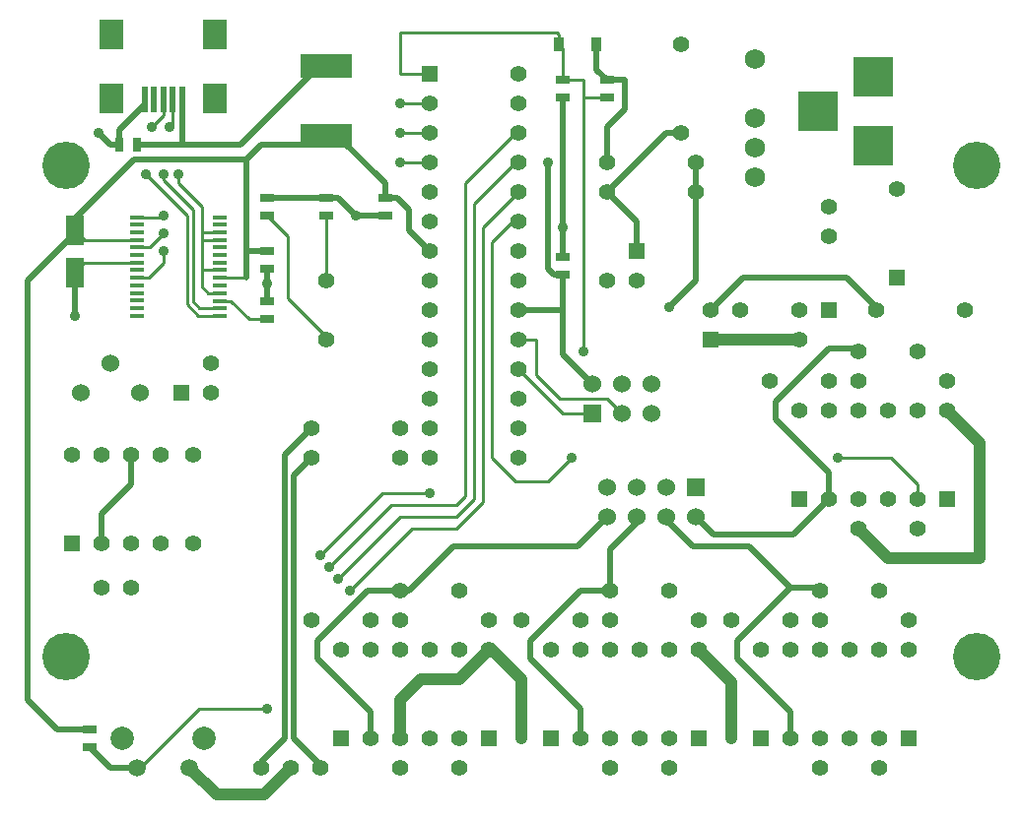
<source format=gtl>
G04 (created by PCBNEW (2013-07-07 BZR 4022)-stable) date 02/12/2014 00:26:50*
%MOIN*%
G04 Gerber Fmt 3.4, Leading zero omitted, Abs format*
%FSLAX34Y34*%
G01*
G70*
G90*
G04 APERTURE LIST*
%ADD10C,0.00590551*%
%ADD11R,0.055X0.055*%
%ADD12C,0.055*%
%ADD13C,0.0688976*%
%ADD14R,0.05X0.016*%
%ADD15R,0.025X0.045*%
%ADD16R,0.045X0.025*%
%ADD17C,0.06*%
%ADD18C,0.0787402*%
%ADD19C,0.0590551*%
%ADD20C,0.056*%
%ADD21R,0.063X0.1024*%
%ADD22R,0.1378X0.1378*%
%ADD23R,0.038X0.05*%
%ADD24C,0.16*%
%ADD25R,0.0197X0.0906*%
%ADD26R,0.0787X0.0984*%
%ADD27R,0.1772X0.0787*%
%ADD28R,0.06X0.06*%
%ADD29C,0.035*%
%ADD30C,0.019685*%
%ADD31C,0.01*%
%ADD32C,0.0393701*%
G04 APERTURE END LIST*
G54D10*
G54D11*
X38500Y-22000D03*
G54D12*
X37500Y-22000D03*
X37500Y-23000D03*
G54D13*
X36000Y-15500D03*
X36000Y-13500D03*
X36000Y-16500D03*
X36000Y-17500D03*
G54D14*
X15100Y-18850D03*
X15100Y-19100D03*
X15100Y-19360D03*
X15100Y-19620D03*
X15100Y-19870D03*
X15100Y-20130D03*
X15100Y-20390D03*
X15100Y-20640D03*
X15100Y-20900D03*
X15100Y-21150D03*
X15100Y-21410D03*
X15100Y-21670D03*
X15100Y-21920D03*
X15100Y-22180D03*
X17900Y-22180D03*
X17900Y-21920D03*
X17900Y-21680D03*
X17900Y-21410D03*
X17900Y-21150D03*
X17900Y-20900D03*
X17900Y-20640D03*
X17900Y-20390D03*
X17900Y-20130D03*
X17900Y-19870D03*
X17900Y-19620D03*
X17900Y-19360D03*
X17900Y-19100D03*
X17900Y-18850D03*
G54D15*
X15100Y-16400D03*
X14500Y-16400D03*
G54D16*
X19500Y-18800D03*
X19500Y-18200D03*
X29500Y-20800D03*
X29500Y-20200D03*
X19500Y-20000D03*
X19500Y-20600D03*
X29500Y-14200D03*
X29500Y-14800D03*
X19500Y-22300D03*
X19500Y-21700D03*
X23500Y-18800D03*
X23500Y-18200D03*
X13500Y-36800D03*
X13500Y-36200D03*
G54D17*
X13200Y-24800D03*
X14200Y-23800D03*
X15200Y-24800D03*
G54D12*
X24000Y-32500D03*
X27000Y-32500D03*
X26000Y-33500D03*
X26000Y-36500D03*
X41500Y-25400D03*
X41500Y-28400D03*
X38200Y-32500D03*
X41200Y-32500D03*
X39500Y-24400D03*
X42500Y-24400D03*
X40200Y-33500D03*
X40200Y-36500D03*
X33100Y-33500D03*
X33100Y-36500D03*
X31100Y-32500D03*
X34100Y-32500D03*
X31000Y-17000D03*
X34000Y-17000D03*
X24000Y-27000D03*
X21000Y-27000D03*
X24000Y-26000D03*
X21000Y-26000D03*
X34000Y-18000D03*
X31000Y-18000D03*
X33500Y-16000D03*
X33500Y-13000D03*
X43100Y-22000D03*
X40100Y-22000D03*
X17000Y-26900D03*
X17000Y-29900D03*
G54D18*
X14622Y-36507D03*
X17377Y-36507D03*
G54D19*
X16885Y-37492D03*
X15114Y-37492D03*
G54D20*
X21500Y-23000D03*
X21500Y-21000D03*
G54D11*
X36200Y-36500D03*
G54D12*
X37200Y-36500D03*
X38200Y-36500D03*
X39200Y-36500D03*
X39200Y-33500D03*
X38200Y-33500D03*
X37200Y-33500D03*
X36200Y-33500D03*
G54D11*
X12900Y-29900D03*
G54D12*
X13900Y-29900D03*
X14900Y-29900D03*
X15900Y-29900D03*
X15900Y-26900D03*
X14900Y-26900D03*
X13900Y-26900D03*
X12900Y-26900D03*
G54D11*
X29100Y-36500D03*
G54D12*
X30100Y-36500D03*
X31100Y-36500D03*
X32100Y-36500D03*
X32100Y-33500D03*
X31100Y-33500D03*
X30100Y-33500D03*
X29100Y-33500D03*
G54D11*
X22000Y-36500D03*
G54D12*
X23000Y-36500D03*
X24000Y-36500D03*
X25000Y-36500D03*
X25000Y-33500D03*
X24000Y-33500D03*
X23000Y-33500D03*
X22000Y-33500D03*
G54D11*
X37500Y-28400D03*
G54D12*
X38500Y-28400D03*
X39500Y-28400D03*
X40500Y-28400D03*
X40500Y-25400D03*
X39500Y-25400D03*
X38500Y-25400D03*
X37500Y-25400D03*
X25000Y-15000D03*
X25000Y-16000D03*
X25000Y-17000D03*
X25000Y-18000D03*
X25000Y-19000D03*
X25000Y-20000D03*
X25000Y-21000D03*
X25000Y-22000D03*
X25000Y-23000D03*
X25000Y-24000D03*
X25000Y-25000D03*
X25000Y-26000D03*
X25000Y-27000D03*
G54D11*
X25000Y-14000D03*
G54D12*
X28000Y-27000D03*
X28000Y-26000D03*
X28000Y-25000D03*
X28000Y-24000D03*
X28000Y-23000D03*
X28000Y-22000D03*
X28000Y-21000D03*
X28000Y-20000D03*
X28000Y-19000D03*
X28000Y-18000D03*
X28000Y-17000D03*
X28000Y-16000D03*
X28000Y-15000D03*
X28000Y-14000D03*
G54D11*
X42500Y-28400D03*
G54D12*
X42500Y-25400D03*
G54D11*
X34100Y-36500D03*
G54D12*
X34100Y-33500D03*
G54D11*
X41200Y-36500D03*
G54D12*
X41200Y-33500D03*
G54D11*
X27000Y-36500D03*
G54D12*
X27000Y-33500D03*
G54D21*
X13000Y-19291D03*
X13000Y-20709D03*
G54D12*
X23000Y-32500D03*
X21000Y-32500D03*
X26000Y-37500D03*
X24000Y-37500D03*
X38500Y-24400D03*
X36500Y-24400D03*
X41500Y-29400D03*
X39500Y-29400D03*
X39500Y-23400D03*
X41500Y-23400D03*
X24000Y-31500D03*
X26000Y-31500D03*
X33100Y-37500D03*
X31100Y-37500D03*
X38200Y-31500D03*
X40200Y-31500D03*
X30100Y-32500D03*
X28100Y-32500D03*
X40200Y-37500D03*
X38200Y-37500D03*
X37200Y-32500D03*
X35200Y-32500D03*
X31100Y-31500D03*
X33100Y-31500D03*
X13900Y-31400D03*
X14900Y-31400D03*
G54D22*
X40000Y-16441D03*
X40000Y-14079D03*
X38150Y-15260D03*
G54D11*
X40800Y-20900D03*
G54D12*
X40800Y-17900D03*
G54D23*
X29360Y-12990D03*
X30650Y-12990D03*
G54D12*
X38500Y-18500D03*
X38500Y-19500D03*
G54D16*
X21500Y-18800D03*
X21500Y-18200D03*
G54D12*
X20300Y-37500D03*
X19300Y-37500D03*
X21300Y-37500D03*
G54D24*
X12700Y-17080D03*
X12700Y-33720D03*
X43499Y-17080D03*
X43499Y-33720D03*
G54D25*
X16630Y-14858D03*
X16315Y-14858D03*
X16000Y-14858D03*
X15685Y-14858D03*
X15370Y-14858D03*
G54D26*
X17752Y-14819D03*
X17752Y-12654D03*
X14248Y-14819D03*
X14248Y-12654D03*
G54D16*
X31000Y-14200D03*
X31000Y-14800D03*
G54D11*
X32000Y-20000D03*
G54D12*
X32000Y-21000D03*
X31000Y-21000D03*
G54D11*
X34500Y-23000D03*
G54D12*
X34500Y-22000D03*
X35500Y-22000D03*
G54D11*
X16600Y-24800D03*
G54D12*
X17600Y-24800D03*
X17600Y-23800D03*
G54D27*
X21500Y-16081D03*
X21500Y-13719D03*
G54D28*
X30500Y-25500D03*
G54D17*
X30500Y-24500D03*
X31500Y-25500D03*
X31500Y-24500D03*
X32500Y-25500D03*
X32500Y-24500D03*
G54D28*
X34000Y-28000D03*
G54D17*
X34000Y-29000D03*
X33000Y-28000D03*
X33000Y-29000D03*
X32000Y-28000D03*
X32000Y-29000D03*
X31000Y-28000D03*
X31000Y-29000D03*
G54D29*
X29000Y-17000D03*
X33100Y-21900D03*
X29800Y-27000D03*
X38800Y-27000D03*
X22300Y-31500D03*
X21900Y-31100D03*
X21600Y-30700D03*
X24000Y-17000D03*
X16000Y-20000D03*
X30200Y-23400D03*
X16000Y-18800D03*
X24000Y-15000D03*
X24000Y-16000D03*
X16000Y-19400D03*
X35200Y-36500D03*
X28100Y-36500D03*
X29500Y-19200D03*
X13000Y-22200D03*
X16500Y-17400D03*
X22500Y-18800D03*
X19500Y-21100D03*
X13800Y-16000D03*
X16000Y-17400D03*
X16200Y-15800D03*
X15600Y-15800D03*
X15400Y-17400D03*
X21300Y-30300D03*
X25000Y-28200D03*
X19500Y-35500D03*
G54D30*
X18800Y-16900D02*
X19300Y-16400D01*
X19300Y-16400D02*
X21181Y-16400D01*
X21181Y-16400D02*
X21500Y-16081D01*
X21500Y-16081D02*
X21881Y-16081D01*
X23500Y-17700D02*
X23500Y-18200D01*
X21881Y-16081D02*
X23500Y-17700D01*
X22181Y-16081D02*
X21500Y-16081D01*
X21181Y-16400D02*
X21500Y-16081D01*
X31000Y-17000D02*
X31000Y-15800D01*
X31600Y-14200D02*
X31000Y-14200D01*
X31600Y-15200D02*
X31600Y-14200D01*
X31000Y-15800D02*
X31600Y-15200D01*
X30650Y-12990D02*
X30650Y-13850D01*
X30650Y-13850D02*
X31000Y-14200D01*
X29500Y-22000D02*
X29500Y-23500D01*
X29500Y-23500D02*
X30500Y-24500D01*
X11400Y-34100D02*
X11400Y-35200D01*
X11900Y-20500D02*
X11400Y-21000D01*
X11400Y-26600D02*
X11400Y-34100D01*
X11400Y-26600D02*
X11400Y-21000D01*
X12400Y-36200D02*
X13500Y-36200D01*
X11400Y-35200D02*
X12400Y-36200D01*
X18800Y-20000D02*
X18800Y-20900D01*
G54D31*
X18800Y-20900D02*
X17900Y-20900D01*
G54D30*
X19500Y-20000D02*
X18800Y-20000D01*
X29500Y-20800D02*
X29200Y-20800D01*
X29000Y-20600D02*
X29000Y-17000D01*
X29200Y-20800D02*
X29000Y-20600D01*
X28000Y-22000D02*
X29500Y-22000D01*
X29500Y-20800D02*
X29500Y-22000D01*
X13000Y-19291D02*
X13000Y-19400D01*
X13000Y-19400D02*
X11900Y-20500D01*
X11900Y-20500D02*
X11800Y-20600D01*
X18800Y-20000D02*
X18800Y-16900D01*
X13000Y-19291D02*
X13000Y-18900D01*
X13000Y-18900D02*
X15000Y-16900D01*
X15000Y-16900D02*
X18800Y-16900D01*
X23500Y-18200D02*
X23900Y-18200D01*
X24300Y-19300D02*
X25000Y-20000D01*
X24300Y-18600D02*
X24300Y-19300D01*
X23900Y-18200D02*
X24300Y-18600D01*
G54D31*
X13000Y-19200D02*
X13000Y-19291D01*
X15100Y-19620D02*
X13329Y-19620D01*
X13329Y-19620D02*
X13000Y-19291D01*
G54D30*
X34000Y-19500D02*
X34000Y-21000D01*
X34000Y-18000D02*
X34000Y-19500D01*
X34000Y-21000D02*
X33100Y-21900D01*
X34000Y-17000D02*
X34000Y-18000D01*
G54D31*
X41500Y-27900D02*
X40600Y-27000D01*
X40600Y-27000D02*
X38800Y-27000D01*
X27900Y-27800D02*
X27100Y-27000D01*
X28000Y-19000D02*
X27800Y-19000D01*
X27800Y-19000D02*
X27100Y-19700D01*
X27100Y-19700D02*
X27100Y-27000D01*
X41500Y-27900D02*
X41500Y-28400D01*
X29000Y-27800D02*
X27900Y-27800D01*
X29800Y-27000D02*
X29000Y-27800D01*
X26800Y-19200D02*
X26800Y-28400D01*
X28000Y-18000D02*
X26800Y-19200D01*
X26800Y-28500D02*
X26800Y-28400D01*
X25900Y-29400D02*
X26800Y-28500D01*
X24400Y-29400D02*
X25900Y-29400D01*
X22300Y-31500D02*
X24400Y-29400D01*
X26500Y-18400D02*
X26500Y-28400D01*
X27900Y-17000D02*
X28000Y-17000D01*
X25900Y-29000D02*
X26500Y-28400D01*
X25400Y-29000D02*
X25900Y-29000D01*
X27900Y-17000D02*
X26500Y-18400D01*
X24000Y-29000D02*
X25400Y-29000D01*
X21900Y-31100D02*
X24000Y-29000D01*
X25900Y-28600D02*
X26200Y-28300D01*
X26200Y-28300D02*
X26200Y-28200D01*
X25000Y-28600D02*
X25800Y-28600D01*
X27900Y-16000D02*
X28000Y-16000D01*
X27900Y-16000D02*
X26200Y-17700D01*
X26200Y-17700D02*
X26200Y-28200D01*
X25800Y-28600D02*
X25900Y-28600D01*
X23700Y-28600D02*
X25000Y-28600D01*
X21600Y-30700D02*
X23700Y-28600D01*
X15100Y-20900D02*
X15500Y-20900D01*
X24000Y-17000D02*
X25000Y-17000D01*
X16000Y-20400D02*
X16000Y-20000D01*
X15500Y-20900D02*
X16000Y-20400D01*
X28000Y-24000D02*
X29500Y-25500D01*
X29500Y-25500D02*
X30500Y-25500D01*
X28000Y-24000D02*
X28000Y-24100D01*
X30200Y-14800D02*
X31000Y-14800D01*
X30200Y-14200D02*
X30200Y-14800D01*
X30200Y-14800D02*
X30200Y-23400D01*
X29500Y-14200D02*
X30200Y-14200D01*
X29500Y-14200D02*
X29500Y-13130D01*
X29500Y-13130D02*
X29360Y-12990D01*
X24000Y-14000D02*
X24000Y-12600D01*
X29360Y-12660D02*
X29360Y-12990D01*
X29300Y-12600D02*
X29360Y-12660D01*
X24000Y-12600D02*
X29300Y-12600D01*
X24000Y-14000D02*
X25000Y-14000D01*
X15100Y-18850D02*
X15950Y-18850D01*
X24000Y-15000D02*
X25000Y-15000D01*
X15950Y-18850D02*
X16000Y-18800D01*
G54D30*
X38500Y-23300D02*
X39400Y-23300D01*
X38500Y-27500D02*
X36700Y-25700D01*
X36700Y-25700D02*
X36700Y-25100D01*
X36700Y-25100D02*
X38500Y-23300D01*
X38500Y-28400D02*
X38500Y-27500D01*
X39400Y-23300D02*
X39500Y-23400D01*
X35000Y-29600D02*
X34596Y-29600D01*
X34000Y-29003D02*
X34596Y-29600D01*
X34000Y-29003D02*
X34000Y-29000D01*
X37300Y-29600D02*
X38500Y-28400D01*
X34896Y-29600D02*
X35000Y-29600D01*
X35000Y-29600D02*
X37300Y-29600D01*
X33000Y-29000D02*
X33000Y-29100D01*
X35800Y-30000D02*
X37200Y-31400D01*
X33900Y-30000D02*
X35800Y-30000D01*
X33000Y-29100D02*
X33900Y-30000D01*
X37200Y-36500D02*
X37200Y-35600D01*
X38100Y-31400D02*
X38200Y-31500D01*
X37200Y-31400D02*
X38100Y-31400D01*
X35400Y-33200D02*
X37200Y-31400D01*
X35400Y-33800D02*
X35400Y-33200D01*
X37200Y-35600D02*
X35400Y-33800D01*
X31100Y-31500D02*
X31100Y-30100D01*
X32000Y-29200D02*
X32000Y-29000D01*
X31100Y-30100D02*
X32000Y-29200D01*
X30100Y-36500D02*
X30100Y-35500D01*
X30100Y-31500D02*
X31100Y-31500D01*
X28400Y-33200D02*
X30100Y-31500D01*
X28400Y-33800D02*
X28400Y-33200D01*
X30100Y-35500D02*
X28400Y-33800D01*
X24000Y-31500D02*
X24300Y-31500D01*
X30000Y-30000D02*
X31000Y-29000D01*
X25800Y-30000D02*
X30000Y-30000D01*
X24300Y-31500D02*
X25800Y-30000D01*
X23000Y-36500D02*
X23000Y-35600D01*
X22900Y-31500D02*
X24000Y-31500D01*
X21200Y-33200D02*
X22900Y-31500D01*
X21200Y-33800D02*
X21200Y-33200D01*
X23000Y-35600D02*
X21200Y-33800D01*
G54D31*
X28000Y-23000D02*
X28600Y-23000D01*
X31000Y-25000D02*
X31500Y-25500D01*
X29400Y-25000D02*
X31000Y-25000D01*
X28600Y-24200D02*
X29400Y-25000D01*
X28600Y-23000D02*
X28600Y-24200D01*
X15100Y-19870D02*
X15530Y-19870D01*
X24000Y-16000D02*
X25000Y-16000D01*
X15530Y-19870D02*
X16000Y-19400D01*
X21500Y-21000D02*
X21500Y-18800D01*
X21500Y-21100D02*
X21500Y-21000D01*
X21500Y-23000D02*
X21500Y-22900D01*
X20200Y-19500D02*
X19500Y-18800D01*
X20200Y-21600D02*
X20200Y-19500D01*
X21500Y-22900D02*
X20200Y-21600D01*
G54D32*
X34100Y-33500D02*
X35200Y-34600D01*
X34500Y-23000D02*
X37500Y-23000D01*
X39500Y-29400D02*
X40500Y-30400D01*
X43600Y-26500D02*
X42500Y-25400D01*
X43600Y-26600D02*
X43600Y-26500D01*
X43600Y-30400D02*
X43600Y-26600D01*
X40500Y-30400D02*
X43600Y-30400D01*
X24000Y-36500D02*
X24000Y-35200D01*
X26000Y-34500D02*
X27000Y-33500D01*
X24700Y-34500D02*
X26000Y-34500D01*
X24000Y-35200D02*
X24700Y-34500D01*
X35200Y-34600D02*
X35200Y-36500D01*
X27000Y-33500D02*
X27100Y-33500D01*
X28100Y-34500D02*
X28100Y-36500D01*
X27100Y-33500D02*
X28100Y-34500D01*
G54D30*
X29500Y-20200D02*
X29500Y-19200D01*
X29500Y-19200D02*
X29500Y-14800D01*
G54D32*
X16885Y-37492D02*
X16892Y-37492D01*
X16892Y-37492D02*
X17800Y-38400D01*
X19400Y-38400D02*
X20300Y-37500D01*
X17800Y-38400D02*
X19400Y-38400D01*
G54D30*
X13000Y-20709D02*
X13000Y-22200D01*
G54D31*
X17900Y-19360D02*
X17300Y-19360D01*
X17300Y-19360D02*
X17300Y-19400D01*
X17900Y-19620D02*
X17300Y-19620D01*
X17300Y-19620D02*
X17300Y-19600D01*
X17900Y-20640D02*
X17300Y-20640D01*
X17300Y-20640D02*
X17300Y-20700D01*
X17900Y-21410D02*
X17510Y-21410D01*
X16500Y-17700D02*
X16500Y-17400D01*
X17300Y-18500D02*
X16500Y-17700D01*
X17300Y-21200D02*
X17300Y-20700D01*
X17300Y-20700D02*
X17300Y-19600D01*
X17300Y-19600D02*
X17300Y-19400D01*
X17300Y-19400D02*
X17300Y-18500D01*
X17510Y-21410D02*
X17300Y-21200D01*
G54D30*
X23500Y-18800D02*
X22500Y-18800D01*
X21900Y-18200D02*
X22500Y-18800D01*
X21900Y-18200D02*
X21500Y-18200D01*
X19500Y-18200D02*
X21500Y-18200D01*
X19500Y-21700D02*
X19500Y-21100D01*
X19500Y-21100D02*
X19500Y-20600D01*
G54D31*
X15100Y-20390D02*
X13319Y-20390D01*
X13319Y-20390D02*
X13000Y-20709D01*
G54D30*
X14500Y-16400D02*
X14200Y-16400D01*
X14200Y-16400D02*
X13800Y-16000D01*
X14500Y-16400D02*
X14500Y-15900D01*
X15370Y-15030D02*
X14500Y-15900D01*
X15370Y-15030D02*
X15370Y-14858D01*
G54D31*
X17900Y-21680D02*
X18280Y-21680D01*
X18900Y-22300D02*
X19500Y-22300D01*
X18280Y-21680D02*
X18900Y-22300D01*
G54D30*
X21281Y-13719D02*
X21500Y-13719D01*
X18600Y-16400D02*
X21281Y-13719D01*
X18200Y-16400D02*
X18600Y-16400D01*
X16600Y-16400D02*
X18200Y-16400D01*
X16630Y-14858D02*
X16630Y-16400D01*
X16630Y-16400D02*
X16600Y-16400D01*
X15100Y-16400D02*
X16600Y-16400D01*
G54D31*
X16600Y-14888D02*
X16630Y-14858D01*
X16000Y-17400D02*
X16000Y-17600D01*
X16315Y-15685D02*
X16200Y-15800D01*
X16315Y-14858D02*
X16315Y-15685D01*
X17220Y-21920D02*
X17900Y-21920D01*
X17000Y-21700D02*
X17220Y-21920D01*
X17000Y-18600D02*
X17000Y-21700D01*
X16000Y-17600D02*
X17000Y-18600D01*
X16000Y-14858D02*
X16000Y-15400D01*
X16000Y-15400D02*
X15600Y-15800D01*
X15400Y-17400D02*
X16800Y-18800D01*
X16800Y-18800D02*
X16800Y-21800D01*
X16800Y-21800D02*
X17180Y-22180D01*
X17180Y-22180D02*
X17900Y-22180D01*
G54D30*
X32000Y-20000D02*
X32000Y-19000D01*
X32000Y-19000D02*
X31000Y-18000D01*
X33500Y-16000D02*
X33000Y-16000D01*
X33000Y-16000D02*
X31000Y-18000D01*
X21300Y-37500D02*
X21300Y-37400D01*
X21300Y-37400D02*
X20400Y-36500D01*
X20400Y-27600D02*
X21000Y-27000D01*
X20400Y-36500D02*
X20400Y-27600D01*
X21300Y-37500D02*
X21300Y-37400D01*
X19300Y-37500D02*
X19300Y-37300D01*
X20100Y-36500D02*
X20100Y-26900D01*
X20100Y-26900D02*
X21000Y-26000D01*
X19300Y-37300D02*
X20100Y-36500D01*
G54D31*
X15114Y-37492D02*
X15207Y-37492D01*
X21300Y-30300D02*
X23400Y-28200D01*
X23400Y-28200D02*
X25000Y-28200D01*
X17200Y-35500D02*
X19500Y-35500D01*
X15207Y-37492D02*
X17200Y-35500D01*
G54D30*
X13500Y-36800D02*
X14200Y-37500D01*
X15106Y-37500D02*
X15114Y-37492D01*
X14200Y-37500D02*
X15106Y-37500D01*
X13900Y-29900D02*
X13900Y-28900D01*
X14900Y-27900D02*
X14900Y-26900D01*
X13900Y-28900D02*
X14900Y-27900D01*
X40100Y-22000D02*
X40100Y-21900D01*
X35600Y-20900D02*
X34500Y-22000D01*
X39100Y-20900D02*
X35600Y-20900D01*
X40100Y-21900D02*
X39100Y-20900D01*
M02*

</source>
